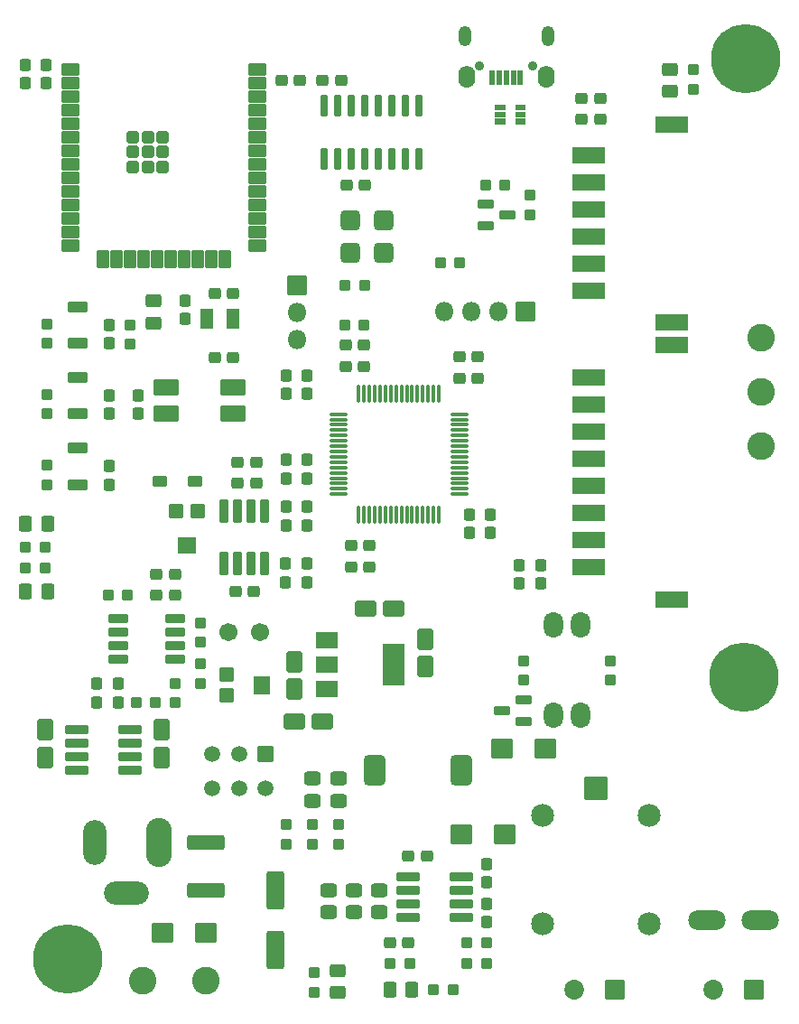
<source format=gbr>
%TF.GenerationSoftware,KiCad,Pcbnew,7.0.10*%
%TF.CreationDate,2024-03-23T12:12:33+07:00*%
%TF.ProjectId,BTL_ESD,42544c5f-4553-4442-9e6b-696361645f70,rev?*%
%TF.SameCoordinates,Original*%
%TF.FileFunction,Soldermask,Top*%
%TF.FilePolarity,Negative*%
%FSLAX46Y46*%
G04 Gerber Fmt 4.6, Leading zero omitted, Abs format (unit mm)*
G04 Created by KiCad (PCBNEW 7.0.10) date 2024-03-23 12:12:33*
%MOMM*%
%LPD*%
G01*
G04 APERTURE LIST*
G04 Aperture macros list*
%AMRoundRect*
0 Rectangle with rounded corners*
0 $1 Rounding radius*
0 $2 $3 $4 $5 $6 $7 $8 $9 X,Y pos of 4 corners*
0 Add a 4 corners polygon primitive as box body*
4,1,4,$2,$3,$4,$5,$6,$7,$8,$9,$2,$3,0*
0 Add four circle primitives for the rounded corners*
1,1,$1+$1,$2,$3*
1,1,$1+$1,$4,$5*
1,1,$1+$1,$6,$7*
1,1,$1+$1,$8,$9*
0 Add four rect primitives between the rounded corners*
20,1,$1+$1,$2,$3,$4,$5,0*
20,1,$1+$1,$4,$5,$6,$7,0*
20,1,$1+$1,$6,$7,$8,$9,0*
20,1,$1+$1,$8,$9,$2,$3,0*%
G04 Aperture macros list end*
%ADD10C,0.010000*%
%ADD11RoundRect,0.262900X-0.325400X-0.262900X0.325400X-0.262900X0.325400X0.262900X-0.325400X0.262900X0*%
%ADD12RoundRect,0.102000X-0.605000X-0.365000X0.605000X-0.365000X0.605000X0.365000X-0.605000X0.365000X0*%
%ADD13RoundRect,0.262900X-0.262900X0.325400X-0.262900X-0.325400X0.262900X-0.325400X0.262900X0.325400X0*%
%ADD14RoundRect,0.050800X1.500000X-0.700000X1.500000X0.700000X-1.500000X0.700000X-1.500000X-0.700000X0*%
%ADD15RoundRect,0.050800X1.500000X-0.750000X1.500000X0.750000X-1.500000X0.750000X-1.500000X-0.750000X0*%
%ADD16RoundRect,0.262900X0.262900X-0.325400X0.262900X0.325400X-0.262900X0.325400X-0.262900X-0.325400X0*%
%ADD17RoundRect,0.102000X0.660400X0.279400X-0.660400X0.279400X-0.660400X-0.279400X0.660400X-0.279400X0*%
%ADD18RoundRect,0.525400X0.525400X0.925400X-0.525400X0.925400X-0.525400X-0.925400X0.525400X-0.925400X0*%
%ADD19C,3.701600*%
%ADD20C,6.501600*%
%ADD21RoundRect,0.262900X-0.262900X0.275400X-0.262900X-0.275400X0.262900X-0.275400X0.262900X0.275400X0*%
%ADD22RoundRect,0.262900X-0.275400X-0.262900X0.275400X-0.262900X0.275400X0.262900X-0.275400X0.262900X0*%
%ADD23RoundRect,0.175400X0.175400X-0.850400X0.175400X0.850400X-0.175400X0.850400X-0.175400X-0.850400X0*%
%ADD24RoundRect,0.262900X0.275400X0.262900X-0.275400X0.262900X-0.275400X-0.262900X0.275400X-0.262900X0*%
%ADD25O,1.804000X2.454000*%
%ADD26RoundRect,0.262900X0.325400X0.262900X-0.325400X0.262900X-0.325400X-0.262900X0.325400X-0.262900X0*%
%ADD27RoundRect,0.102000X-0.660400X-0.279400X0.660400X-0.279400X0.660400X0.279400X-0.660400X0.279400X0*%
%ADD28RoundRect,0.272087X0.478713X-0.353713X0.478713X0.353713X-0.478713X0.353713X-0.478713X-0.353713X0*%
%ADD29RoundRect,0.259080X-0.502920X0.747920X-0.502920X-0.747920X0.502920X-0.747920X0.502920X0.747920X0*%
%ADD30RoundRect,0.262900X0.262900X-0.275400X0.262900X0.275400X-0.262900X0.275400X-0.262900X-0.275400X0*%
%ADD31RoundRect,0.272087X-0.353713X-0.478713X0.353713X-0.478713X0.353713X0.478713X-0.353713X0.478713X0*%
%ADD32RoundRect,0.259080X0.747920X0.502920X-0.747920X0.502920X-0.747920X-0.502920X0.747920X-0.502920X0*%
%ADD33RoundRect,0.102000X-0.900000X-0.850000X0.900000X-0.850000X0.900000X0.850000X-0.900000X0.850000X0*%
%ADD34RoundRect,0.055580X1.031420X0.341420X-1.031420X0.341420X-1.031420X-0.341420X1.031420X-0.341420X0*%
%ADD35RoundRect,0.271617X-0.504183X0.366683X-0.504183X-0.366683X0.504183X-0.366683X0.504183X0.366683X0*%
%ADD36RoundRect,0.265875X-0.584925X1.534925X-0.584925X-1.534925X0.584925X-1.534925X0.584925X1.534925X0*%
%ADD37RoundRect,0.385750X-0.540050X-0.540050X0.540050X-0.540050X0.540050X0.540050X-0.540050X0.540050X0*%
%ADD38RoundRect,0.259080X0.502920X-0.747920X0.502920X0.747920X-0.502920X0.747920X-0.502920X-0.747920X0*%
%ADD39C,2.601600*%
%ADD40C,1.701600*%
%ADD41RoundRect,0.259080X-0.747920X-0.502920X0.747920X-0.502920X0.747920X0.502920X-0.747920X0.502920X0*%
%ADD42RoundRect,0.050800X-0.596900X0.596900X-0.596900X-0.596900X0.596900X-0.596900X0.596900X0.596900X0*%
%ADD43RoundRect,0.050800X-0.749300X0.800100X-0.749300X-0.800100X0.749300X-0.800100X0.749300X0.800100X0*%
%ADD44RoundRect,0.050800X-1.000000X-0.750000X1.000000X-0.750000X1.000000X0.750000X-1.000000X0.750000X0*%
%ADD45RoundRect,0.050800X-1.000000X-1.900000X1.000000X-1.900000X1.000000X1.900000X-1.000000X1.900000X0*%
%ADD46C,2.154000*%
%ADD47RoundRect,0.102000X-0.975000X0.975000X-0.975000X-0.975000X0.975000X-0.975000X0.975000X0.975000X0*%
%ADD48RoundRect,0.056280X0.835720X0.345720X-0.835720X0.345720X-0.835720X-0.345720X0.835720X-0.345720X0*%
%ADD49RoundRect,0.102000X-0.750000X-0.450000X0.750000X-0.450000X0.750000X0.450000X-0.750000X0.450000X0*%
%ADD50RoundRect,0.102000X-0.450000X-0.750000X0.450000X-0.750000X0.450000X0.750000X-0.450000X0.750000X0*%
%ADD51RoundRect,0.102000X-0.450000X-0.450000X0.450000X-0.450000X0.450000X0.450000X-0.450000X0.450000X0*%
%ADD52RoundRect,0.102000X-0.654000X0.654000X-0.654000X-0.654000X0.654000X-0.654000X0.654000X0.654000X0*%
%ADD53C,1.512000*%
%ADD54RoundRect,0.102000X0.900000X0.850000X-0.900000X0.850000X-0.900000X-0.850000X0.900000X-0.850000X0*%
%ADD55RoundRect,0.050800X1.100000X0.700000X-1.100000X0.700000X-1.100000X-0.700000X1.100000X-0.700000X0*%
%ADD56RoundRect,0.050800X-0.850000X0.450000X-0.850000X-0.450000X0.850000X-0.450000X0.850000X0.450000X0*%
%ADD57O,3.504000X1.854000*%
%ADD58RoundRect,0.056280X-1.030720X-0.345720X1.030720X-0.345720X1.030720X0.345720X-1.030720X0.345720X0*%
%ADD59RoundRect,0.050800X0.596900X0.596900X-0.596900X0.596900X-0.596900X-0.596900X0.596900X-0.596900X0*%
%ADD60RoundRect,0.050800X0.800100X0.749300X-0.800100X0.749300X-0.800100X-0.749300X0.800100X-0.749300X0*%
%ADD61RoundRect,0.050800X-0.850000X0.850000X-0.850000X-0.850000X0.850000X-0.850000X0.850000X0.850000X0*%
%ADD62O,1.801600X1.801600*%
%ADD63RoundRect,0.272087X-0.478713X0.353713X-0.478713X-0.353713X0.478713X-0.353713X0.478713X0.353713X0*%
%ADD64RoundRect,0.100400X-0.725400X-0.100400X0.725400X-0.100400X0.725400X0.100400X-0.725400X0.100400X0*%
%ADD65RoundRect,0.100400X-0.100400X-0.725400X0.100400X-0.725400X0.100400X0.725400X-0.100400X0.725400X0*%
%ADD66RoundRect,0.056280X0.345720X-1.030720X0.345720X1.030720X-0.345720X1.030720X-0.345720X-1.030720X0*%
%ADD67RoundRect,0.102000X0.825000X0.825000X-0.825000X0.825000X-0.825000X-0.825000X0.825000X-0.825000X0*%
%ADD68C,1.854000*%
%ADD69RoundRect,0.269538X-1.481262X0.431262X-1.481262X-0.431262X1.481262X-0.431262X1.481262X0.431262X0*%
%ADD70RoundRect,0.050800X-0.500000X-0.900000X0.500000X-0.900000X0.500000X0.900000X-0.500000X0.900000X0*%
%ADD71RoundRect,0.050800X0.850000X-0.450000X0.850000X0.450000X-0.850000X0.450000X-0.850000X-0.450000X0*%
%ADD72O,2.404000X4.604000*%
%ADD73O,2.204000X4.204000*%
%ADD74O,4.204000X2.204000*%
%ADD75RoundRect,0.050800X-0.850000X-0.850000X0.850000X-0.850000X0.850000X0.850000X-0.850000X0.850000X0*%
%ADD76O,0.901600X0.901600*%
%ADD77RoundRect,0.050800X0.225000X0.650000X-0.225000X0.650000X-0.225000X-0.650000X0.225000X-0.650000X0*%
%ADD78O,1.251600X1.901600*%
%ADD79O,1.551600X2.101600*%
G04 APERTURE END LIST*
%TO.C,D10*%
D10*
X144229120Y-53339800D02*
X143328420Y-53339800D01*
X143328420Y-52889364D01*
X144229120Y-52889364D01*
X144229120Y-53339800D01*
G36*
X144229120Y-53339800D02*
G01*
X143328420Y-53339800D01*
X143328420Y-52889364D01*
X144229120Y-52889364D01*
X144229120Y-53339800D01*
G37*
X146129120Y-53339800D02*
X145229203Y-53339800D01*
X145229203Y-52889655D01*
X146129120Y-52889655D01*
X146129120Y-53339800D01*
G36*
X146129120Y-53339800D02*
G01*
X145229203Y-53339800D01*
X145229203Y-52889655D01*
X146129120Y-52889655D01*
X146129120Y-53339800D01*
G37*
X146129120Y-53989800D02*
X145229685Y-53989800D01*
X145229685Y-53539546D01*
X146129120Y-53539546D01*
X146129120Y-53989800D01*
G36*
X146129120Y-53989800D02*
G01*
X145229685Y-53989800D01*
X145229685Y-53539546D01*
X146129120Y-53539546D01*
X146129120Y-53989800D01*
G37*
X144229120Y-53989800D02*
X143328300Y-53989800D01*
X143328300Y-53539669D01*
X144229120Y-53539669D01*
X144229120Y-53989800D01*
G36*
X144229120Y-53989800D02*
G01*
X143328300Y-53989800D01*
X143328300Y-53539669D01*
X144229120Y-53539669D01*
X144229120Y-53989800D01*
G37*
X146129120Y-54639800D02*
X145229428Y-54639800D01*
X145229428Y-54190062D01*
X146129120Y-54190062D01*
X146129120Y-54639800D01*
G36*
X146129120Y-54639800D02*
G01*
X145229428Y-54639800D01*
X145229428Y-54190062D01*
X146129120Y-54190062D01*
X146129120Y-54639800D01*
G37*
X144229120Y-54639800D02*
X143327310Y-54639800D01*
X143327310Y-54190351D01*
X144229120Y-54190351D01*
X144229120Y-54639800D01*
G36*
X144229120Y-54639800D02*
G01*
X143327310Y-54639800D01*
X143327310Y-54190351D01*
X144229120Y-54190351D01*
X144229120Y-54639800D01*
G37*
%TD*%
D11*
%TO.C,C49*%
X119202200Y-86385400D03*
X120927200Y-86385400D03*
%TD*%
D12*
%TO.C,D8*%
X115243400Y-88163400D03*
X111883400Y-88163400D03*
%TD*%
D13*
%TO.C,C42*%
X145618200Y-96063900D03*
X145618200Y-97788900D03*
%TD*%
D14*
%TO.C,J5*%
X159895200Y-73264600D03*
X159895200Y-54764600D03*
D15*
X152095200Y-57664600D03*
X152095200Y-60204600D03*
X152095200Y-62744600D03*
X152095200Y-65284600D03*
X152095200Y-67824600D03*
X152095200Y-70364600D03*
%TD*%
D16*
%TO.C,C28*%
X123761500Y-79973800D03*
X123761500Y-78248800D03*
%TD*%
D11*
%TO.C,C54*%
X151461300Y-52273200D03*
X153186300Y-52273200D03*
%TD*%
D17*
%TO.C,Q4*%
X145999200Y-110744000D03*
X145999200Y-108712000D03*
X143967200Y-109728000D03*
%TD*%
D18*
%TO.C,L1*%
X140163400Y-115265200D03*
X132063400Y-115265200D03*
%TD*%
D13*
%TO.C,C44*%
X105996100Y-107184300D03*
X105996100Y-108909300D03*
%TD*%
D19*
%TO.C,H3*%
X166852600Y-48560000D03*
D20*
X166852600Y-48560000D03*
%TD*%
D21*
%TO.C,R35*%
X145999200Y-105030900D03*
X145999200Y-106855900D03*
%TD*%
D22*
%TO.C,R12*%
X129240200Y-73558400D03*
X131065200Y-73558400D03*
%TD*%
D11*
%TO.C,C57*%
X127163900Y-50635000D03*
X128888900Y-50635000D03*
%TD*%
D16*
%TO.C,C52*%
X123698000Y-97640600D03*
X123698000Y-95915600D03*
%TD*%
D11*
%TO.C,C32*%
X129340200Y-77419200D03*
X131065200Y-77419200D03*
%TD*%
D23*
%TO.C,U8*%
X127304800Y-57959800D03*
X128574800Y-57959800D03*
X129844800Y-57959800D03*
X131114800Y-57959800D03*
X132384800Y-57959800D03*
X133654800Y-57959800D03*
X134924800Y-57959800D03*
X136194800Y-57959800D03*
X136194800Y-53009800D03*
X134924800Y-53009800D03*
X133654800Y-53009800D03*
X132384800Y-53009800D03*
X131114800Y-53009800D03*
X129844800Y-53009800D03*
X128574800Y-53009800D03*
X127304800Y-53009800D03*
%TD*%
D24*
%TO.C,R16*%
X140053700Y-67741800D03*
X138228700Y-67741800D03*
%TD*%
D25*
%TO.C,U9*%
X151384000Y-101650800D03*
X148844000Y-101650800D03*
X148844000Y-110150800D03*
X151384000Y-110150800D03*
%TD*%
D26*
%TO.C,C10*%
X135223400Y-131495800D03*
X133498400Y-131495800D03*
%TD*%
D21*
%TO.C,R13*%
X101346000Y-86666800D03*
X101346000Y-88491800D03*
%TD*%
D27*
%TO.C,Q1*%
X142443200Y-62175400D03*
X142443200Y-64207400D03*
X144475200Y-63191400D03*
%TD*%
D28*
%TO.C,D3*%
X128568600Y-136117400D03*
X128568600Y-134067400D03*
%TD*%
D29*
%TO.C,C12*%
X136779000Y-102973400D03*
X136779000Y-105573400D03*
%TD*%
D30*
%TO.C,R4*%
X126365000Y-136118600D03*
X126365000Y-134293600D03*
%TD*%
%TO.C,R19*%
X109118400Y-75359100D03*
X109118400Y-73534100D03*
%TD*%
D31*
%TO.C,D6*%
X133468000Y-135890000D03*
X135518000Y-135890000D03*
%TD*%
D32*
%TO.C,C11*%
X133833400Y-100101400D03*
X131233400Y-100101400D03*
%TD*%
D21*
%TO.C,R21*%
X101346000Y-73434100D03*
X101346000Y-75259100D03*
%TD*%
D33*
%TO.C,D2*%
X144263400Y-121285000D03*
X140163400Y-121285000D03*
%TD*%
D34*
%TO.C,U1*%
X109106400Y-115316000D03*
X109106400Y-114046000D03*
X109106400Y-112776000D03*
X109106400Y-111506000D03*
X104156400Y-111506000D03*
X104156400Y-112776000D03*
X104156400Y-114046000D03*
X104156400Y-115316000D03*
%TD*%
D35*
%TO.C,C3*%
X127711200Y-126522400D03*
X127711200Y-128597400D03*
%TD*%
D16*
%TO.C,C29*%
X125730000Y-79973800D03*
X125730000Y-78248800D03*
%TD*%
D35*
%TO.C,C5*%
X130098800Y-126522400D03*
X130098800Y-128597400D03*
%TD*%
D21*
%TO.C,R23*%
X146608800Y-61366400D03*
X146608800Y-63191400D03*
%TD*%
D13*
%TO.C,C41*%
X107137200Y-73534100D03*
X107137200Y-75259100D03*
%TD*%
D35*
%TO.C,C16*%
X126187200Y-116077700D03*
X126187200Y-118152700D03*
%TD*%
D16*
%TO.C,C20*%
X114294600Y-72974200D03*
X114294600Y-71249200D03*
%TD*%
D22*
%TO.C,R25*%
X107059900Y-98867200D03*
X108884900Y-98867200D03*
%TD*%
D13*
%TO.C,C46*%
X107972400Y-107184300D03*
X107972400Y-108909300D03*
%TD*%
D22*
%TO.C,R24*%
X109677500Y-108900000D03*
X111502500Y-108900000D03*
%TD*%
D13*
%TO.C,C37*%
X142900400Y-91314100D03*
X142900400Y-93039100D03*
%TD*%
D36*
%TO.C,C2*%
X122707400Y-126522400D03*
X122707400Y-132122400D03*
%TD*%
D37*
%TO.C,R18*%
X129802700Y-63688900D03*
X129802700Y-66788900D03*
X132902700Y-63688900D03*
X132902700Y-66788900D03*
%TD*%
D38*
%TO.C,C8*%
X124561600Y-107710000D03*
X124561600Y-105110000D03*
%TD*%
D39*
%TO.C,TP2*%
X110286800Y-135026400D03*
%TD*%
D40*
%TO.C,R29*%
X121330500Y-102341400D03*
X118330500Y-102341400D03*
%TD*%
D21*
%TO.C,R26*%
X115724300Y-101470100D03*
X115724300Y-103295100D03*
%TD*%
D35*
%TO.C,C15*%
X128651000Y-116077700D03*
X128651000Y-118152700D03*
%TD*%
D41*
%TO.C,C7*%
X124561600Y-110693200D03*
X127161600Y-110693200D03*
%TD*%
D13*
%TO.C,C43*%
X147599400Y-96063900D03*
X147599400Y-97788900D03*
%TD*%
D21*
%TO.C,R14*%
X161950400Y-49582700D03*
X161950400Y-51407700D03*
%TD*%
D11*
%TO.C,C35*%
X139990200Y-78511400D03*
X141715200Y-78511400D03*
%TD*%
D22*
%TO.C,R2*%
X140719800Y-133375400D03*
X142544800Y-133375400D03*
%TD*%
D42*
%TO.C,VR1*%
X118185850Y-106294275D03*
D43*
X121437050Y-107294400D03*
D42*
X118185850Y-108294525D03*
%TD*%
D21*
%TO.C,R8*%
X123723400Y-120372500D03*
X123723400Y-122197500D03*
%TD*%
D44*
%TO.C,U2*%
X127533400Y-103110000D03*
X127533400Y-105410000D03*
D45*
X133833400Y-105410000D03*
D44*
X127533400Y-107710000D03*
%TD*%
D21*
%TO.C,R10*%
X128651000Y-120372500D03*
X128651000Y-122197500D03*
%TD*%
D39*
%TO.C,TP1*%
X116230400Y-135026400D03*
%TD*%
D11*
%TO.C,C34*%
X139990200Y-76530200D03*
X141715200Y-76530200D03*
%TD*%
D19*
%TO.C,H1*%
X103301800Y-132994400D03*
D20*
X103301800Y-132994400D03*
%TD*%
D31*
%TO.C,D4*%
X99330400Y-92151200D03*
X101380400Y-92151200D03*
%TD*%
D46*
%TO.C,K1*%
X157831800Y-119521800D03*
X147831800Y-119521800D03*
D47*
X152831800Y-117021800D03*
D46*
X157831800Y-129721800D03*
X147831800Y-129721800D03*
%TD*%
D48*
%TO.C,U6*%
X113312400Y-104902000D03*
X113312400Y-103632000D03*
X113312400Y-102362000D03*
X113312400Y-101092000D03*
X107972400Y-101092000D03*
X107972400Y-102362000D03*
X107972400Y-103632000D03*
X107972400Y-104902000D03*
%TD*%
D49*
%TO.C,U5*%
X103516400Y-49604800D03*
X103516400Y-50874800D03*
X103516400Y-52144800D03*
X103516400Y-53414800D03*
X103516400Y-54684800D03*
X103516400Y-55954800D03*
X103516400Y-57224800D03*
X103516400Y-58494800D03*
X103516400Y-59764800D03*
X103516400Y-61034800D03*
X103516400Y-62304800D03*
X103516400Y-63574800D03*
X103516400Y-64844800D03*
X103516400Y-66114800D03*
D50*
X106551400Y-67364800D03*
X107821400Y-67364800D03*
X109091400Y-67364800D03*
X110361400Y-67364800D03*
X111631400Y-67364800D03*
X112901400Y-67364800D03*
X114171400Y-67364800D03*
X115441400Y-67364800D03*
X116711400Y-67364800D03*
X117981400Y-67364800D03*
D49*
X121016400Y-66114800D03*
X121016400Y-64844800D03*
X121016400Y-63574800D03*
X121016400Y-62304800D03*
X121016400Y-61034800D03*
X121016400Y-59764800D03*
X121016400Y-58494800D03*
X121016400Y-57224800D03*
X121016400Y-55954800D03*
X121016400Y-54684800D03*
X121016400Y-53414800D03*
X121016400Y-52144800D03*
X121016400Y-50874800D03*
X121016400Y-49604800D03*
D51*
X109366400Y-55924800D03*
X110766400Y-55924800D03*
X112166400Y-55924800D03*
X109366400Y-57324800D03*
X110766400Y-57324800D03*
X112166400Y-57324800D03*
X109366400Y-58724800D03*
X110766400Y-58724800D03*
X112166400Y-58724800D03*
%TD*%
D13*
%TO.C,C22*%
X107137200Y-86766800D03*
X107137200Y-88491800D03*
%TD*%
D26*
%TO.C,C56*%
X125026400Y-50635000D03*
X123301400Y-50635000D03*
%TD*%
D52*
%TO.C,SW1*%
X121829200Y-113766800D03*
D53*
X119329200Y-113766800D03*
X116829200Y-113766800D03*
X116829200Y-116966800D03*
X119329200Y-116966800D03*
X121829200Y-116966800D03*
%TD*%
D54*
%TO.C,D11*%
X143967200Y-113258600D03*
X148067200Y-113258600D03*
%TD*%
D11*
%TO.C,C53*%
X151461300Y-54254400D03*
X153186300Y-54254400D03*
%TD*%
D21*
%TO.C,R20*%
X101346000Y-80044600D03*
X101346000Y-81869600D03*
%TD*%
D31*
%TO.C,D5*%
X99330400Y-98526600D03*
X101380400Y-98526600D03*
%TD*%
D38*
%TO.C,C1*%
X112041600Y-114106000D03*
X112041600Y-111506000D03*
%TD*%
D28*
%TO.C,D9*%
X111328200Y-73338800D03*
X111328200Y-71288800D03*
%TD*%
D55*
%TO.C,Y1*%
X118770800Y-79369600D03*
X112470800Y-79369600D03*
X112470800Y-81869600D03*
X118770800Y-81869600D03*
%TD*%
D16*
%TO.C,C30*%
X123761500Y-87898800D03*
X123761500Y-86173800D03*
%TD*%
D56*
%TO.C,SW2*%
X104241600Y-85091800D03*
X104241600Y-88491800D03*
%TD*%
D57*
%TO.C,RV1*%
X163195000Y-129346800D03*
X168195000Y-129346800D03*
%TD*%
D16*
%TO.C,C50*%
X125679200Y-97640600D03*
X125679200Y-95915600D03*
%TD*%
D58*
%TO.C,U3*%
X135223400Y-125252400D03*
X135223400Y-126522400D03*
X135223400Y-127792400D03*
X135223400Y-129062400D03*
X140163400Y-129062400D03*
X140163400Y-127792400D03*
X140163400Y-126522400D03*
X140163400Y-125252400D03*
%TD*%
D59*
%TO.C,VR2*%
X115463638Y-90975600D03*
D60*
X114463513Y-94226800D03*
D59*
X113463388Y-90975600D03*
%TD*%
D54*
%TO.C,D1*%
X112130400Y-130556000D03*
X116230400Y-130556000D03*
%TD*%
D61*
%TO.C,J3*%
X146192400Y-72237600D03*
D62*
X143652400Y-72237600D03*
X141112400Y-72237600D03*
X138572400Y-72237600D03*
%TD*%
D30*
%TO.C,R28*%
X113312400Y-108959300D03*
X113312400Y-107134300D03*
%TD*%
D63*
%TO.C,D7*%
X159740600Y-49582700D03*
X159740600Y-51632700D03*
%TD*%
D16*
%TO.C,C39*%
X99288600Y-50874800D03*
X99288600Y-49149800D03*
%TD*%
D24*
%TO.C,R22*%
X144268200Y-60448200D03*
X142443200Y-60448200D03*
%TD*%
D21*
%TO.C,R34*%
X154152600Y-105030900D03*
X154152600Y-106855900D03*
%TD*%
D16*
%TO.C,C21*%
X109880400Y-81869600D03*
X109880400Y-80144600D03*
%TD*%
D26*
%TO.C,C55*%
X131114800Y-60426600D03*
X129389800Y-60426600D03*
%TD*%
D14*
%TO.C,J4*%
X159895200Y-99281800D03*
X159895200Y-75381800D03*
D15*
X152095200Y-78441800D03*
X152095200Y-80981800D03*
X152095200Y-83521800D03*
X152095200Y-86061800D03*
X152095200Y-88601800D03*
X152095200Y-91141800D03*
X152095200Y-93681800D03*
X152095200Y-96221800D03*
%TD*%
D26*
%TO.C,C26*%
X131565200Y-96215200D03*
X129840200Y-96215200D03*
%TD*%
D16*
%TO.C,C14*%
X142544800Y-125779700D03*
X142544800Y-124054700D03*
%TD*%
D64*
%TO.C,U4*%
X128640200Y-81898800D03*
X128640200Y-82398800D03*
X128640200Y-82898800D03*
X128640200Y-83398800D03*
X128640200Y-83898800D03*
X128640200Y-84398800D03*
X128640200Y-84898800D03*
X128640200Y-85398800D03*
X128640200Y-85898800D03*
X128640200Y-86398800D03*
X128640200Y-86898800D03*
X128640200Y-87398800D03*
X128640200Y-87898800D03*
X128640200Y-88398800D03*
X128640200Y-88898800D03*
X128640200Y-89398800D03*
D65*
X130565200Y-91323800D03*
X131065200Y-91323800D03*
X131565200Y-91323800D03*
X132065200Y-91323800D03*
X132565200Y-91323800D03*
X133065200Y-91323800D03*
X133565200Y-91323800D03*
X134065200Y-91323800D03*
X134565200Y-91323800D03*
X135065200Y-91323800D03*
X135565200Y-91323800D03*
X136065200Y-91323800D03*
X136565200Y-91323800D03*
X137065200Y-91323800D03*
X137565200Y-91323800D03*
X138065200Y-91323800D03*
D64*
X139990200Y-89398800D03*
X139990200Y-88898800D03*
X139990200Y-88398800D03*
X139990200Y-87898800D03*
X139990200Y-87398800D03*
X139990200Y-86898800D03*
X139990200Y-86398800D03*
X139990200Y-85898800D03*
X139990200Y-85398800D03*
X139990200Y-84898800D03*
X139990200Y-84398800D03*
X139990200Y-83898800D03*
X139990200Y-83398800D03*
X139990200Y-82898800D03*
X139990200Y-82398800D03*
X139990200Y-81898800D03*
D65*
X138065200Y-79973800D03*
X137565200Y-79973800D03*
X137065200Y-79973800D03*
X136565200Y-79973800D03*
X136065200Y-79973800D03*
X135565200Y-79973800D03*
X135065200Y-79973800D03*
X134565200Y-79973800D03*
X134065200Y-79973800D03*
X133565200Y-79973800D03*
X133065200Y-79973800D03*
X132565200Y-79973800D03*
X132065200Y-79973800D03*
X131565200Y-79973800D03*
X131065200Y-79973800D03*
X130565200Y-79973800D03*
%TD*%
D13*
%TO.C,C36*%
X140919200Y-91314100D03*
X140919200Y-93039100D03*
%TD*%
D21*
%TO.C,R27*%
X115724300Y-105309300D03*
X115724300Y-107134300D03*
%TD*%
D26*
%TO.C,C9*%
X136948400Y-123317000D03*
X135223400Y-123317000D03*
%TD*%
%TO.C,C47*%
X113312400Y-98867200D03*
X111587400Y-98867200D03*
%TD*%
D39*
%TO.C,TP4*%
X168325800Y-79781400D03*
%TD*%
D30*
%TO.C,R9*%
X126187200Y-122197500D03*
X126187200Y-120372500D03*
%TD*%
D13*
%TO.C,C13*%
X142544800Y-127792400D03*
X142544800Y-129517400D03*
%TD*%
D66*
%TO.C,U7*%
X117932200Y-95915600D03*
X119202200Y-95915600D03*
X120472200Y-95915600D03*
X121742200Y-95915600D03*
X121742200Y-90975600D03*
X120472200Y-90975600D03*
X119202200Y-90975600D03*
X117932200Y-90975600D03*
%TD*%
D11*
%TO.C,C51*%
X119202200Y-88366600D03*
X120927200Y-88366600D03*
%TD*%
D38*
%TO.C,C4*%
X101119600Y-114106000D03*
X101119600Y-111506000D03*
%TD*%
D11*
%TO.C,C31*%
X129340200Y-75438000D03*
X131065200Y-75438000D03*
%TD*%
D67*
%TO.C,XA2*%
X167600080Y-135864941D03*
D68*
X163790080Y-135864941D03*
%TD*%
D26*
%TO.C,C17*%
X118770800Y-76581000D03*
X117045800Y-76581000D03*
%TD*%
D69*
%TO.C,F1*%
X116230400Y-122072400D03*
X116230400Y-126522400D03*
%TD*%
D22*
%TO.C,R6*%
X99330400Y-96316800D03*
X101155400Y-96316800D03*
%TD*%
D24*
%TO.C,R11*%
X131115200Y-69799200D03*
X129290200Y-69799200D03*
%TD*%
D70*
%TO.C,Y2*%
X118795800Y-72974200D03*
X116295800Y-72974200D03*
%TD*%
D71*
%TO.C,SW3*%
X104241600Y-81869600D03*
X104241600Y-78469600D03*
%TD*%
D26*
%TO.C,C27*%
X131565200Y-94234000D03*
X129840200Y-94234000D03*
%TD*%
D71*
%TO.C,SW4*%
X104241600Y-75259100D03*
X104241600Y-71859100D03*
%TD*%
D13*
%TO.C,C40*%
X107137200Y-80144600D03*
X107137200Y-81869600D03*
%TD*%
D16*
%TO.C,C33*%
X125730000Y-87898800D03*
X125730000Y-86173800D03*
%TD*%
D13*
%TO.C,C25*%
X123761500Y-90577500D03*
X123761500Y-92302500D03*
%TD*%
D35*
%TO.C,C6*%
X132486400Y-126522400D03*
X132486400Y-128597400D03*
%TD*%
D72*
%TO.C,J1*%
X111785400Y-122072400D03*
D73*
X105785400Y-122072400D03*
D74*
X108785400Y-126772400D03*
%TD*%
D75*
%TO.C,J2*%
X124790200Y-69799200D03*
D62*
X124790200Y-72339200D03*
X124790200Y-74879200D03*
%TD*%
D67*
%TO.C,XA1*%
X154584960Y-135864941D03*
D68*
X150774960Y-135864941D03*
%TD*%
D26*
%TO.C,C18*%
X118795800Y-70586600D03*
X117070800Y-70586600D03*
%TD*%
D76*
%TO.C,J6*%
X146904000Y-49230800D03*
X141904000Y-49230800D03*
D77*
X145704000Y-50330800D03*
X145054000Y-50330800D03*
X144404000Y-50330800D03*
X143754000Y-50330800D03*
X143104000Y-50330800D03*
D78*
X148279000Y-46480800D03*
D79*
X148129000Y-50280800D03*
X140679000Y-50280800D03*
D78*
X140529000Y-46480800D03*
%TD*%
D16*
%TO.C,C38*%
X101269800Y-50874800D03*
X101269800Y-49149800D03*
%TD*%
D26*
%TO.C,C48*%
X120699700Y-98557200D03*
X118974700Y-98557200D03*
%TD*%
D22*
%TO.C,R1*%
X133498400Y-133375400D03*
X135323400Y-133375400D03*
%TD*%
D39*
%TO.C,TP5*%
X168325800Y-84861400D03*
%TD*%
D26*
%TO.C,C45*%
X113312400Y-96896200D03*
X111587400Y-96896200D03*
%TD*%
D24*
%TO.C,R3*%
X142544800Y-131495800D03*
X140719800Y-131495800D03*
%TD*%
D19*
%TO.C,H2*%
X166674800Y-106559600D03*
D20*
X166674800Y-106559600D03*
%TD*%
D39*
%TO.C,TP3*%
X168325800Y-74701400D03*
%TD*%
D13*
%TO.C,C24*%
X125730000Y-90577500D03*
X125730000Y-92302500D03*
%TD*%
D22*
%TO.C,R5*%
X99330400Y-94344200D03*
X101155400Y-94344200D03*
%TD*%
%TO.C,R7*%
X137593700Y-135890000D03*
X139418700Y-135890000D03*
%TD*%
M02*

</source>
